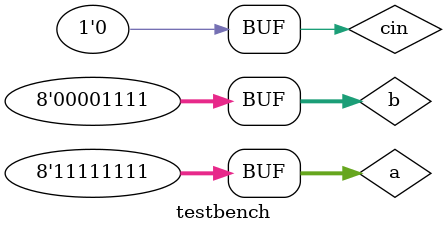
<source format=v>
module ripple_carry_adder (sum,carry,a,b,cin);
output [7:0] sum;
output carry;
input [7:0] a;
input [7:0] b;
input cin;
wire [6:0] c;
// 8 instances of individual full adder blocks
FA FA0 (.s(sum[0]),.co(c[0]),.a(a[0]),.b(b[0]),.ci(cin));
FA FA1 (.s(sum[1]),.co(c[1]),.a(a[1]),.b(b[1]),.ci(c[0]));
FA FA2 (.s(sum[2]),.co(c[2]),.a(a[2]),.b(b[2]),.ci(c[1]));
FA FA3 (.s(sum[3]),.co(c[3]),.a(a[3]),.b(b[3]),.ci(c[2]));
FA FA4 (.s(sum[4]),.co(c[4]),.a(a[4]),.b(b[4]),.ci(c[3]));
FA FA5 (.s(sum[5]),.co(c[5]),.a(a[5]),.b(b[5]),.ci(c[4]));
FA FA6 (.s(sum[6]),.co(c[6]),.a(a[6]),.b(b[6]),.ci(c[5]));
FA FA7 (.s(sum[7]),.co(carry),.a(a[7]),.b(b[7]),.ci(c[6]));
endmodule
// module declaration for FA.
module FA (s,co,a,b,ci);
output s,co;
input a,b,ci;
wire ps,pc0,pc1;
//2 instances of individual half adders
HA HA0 (.ip1(a),.ip2(b),.hs(ps),.hc(pc0));
HA HA1 (.ip1(ps),.ip2(ci),.hs(s),.hc(pc1));
or (co,pc0,pc1);
endmodule
module HA (ip1,ip2,hs,hc);
output hs,hc;
input ip1,ip2;
xor (hs,ip1,ip2);
and (hc,ip1,ip2);
endmodule
// Test bench for Full Adder
module testbench;
wire [7:0] sum;
wire carry;
reg cin;
reg [7:0] a;
reg [7:0] b;
ripple_carry_adder r1 (.sum(sum),.carry(carry),.a(a),.b(b),.cin(cin));
initial begin
$dumpfile("testbench.vcd");
 $dumpvars(0,testbench);
a= 8'b0; b= 8'b0; cin=1'b1;
#5 //Delay of 5 clock cycles.
a= 8'b00001111; b= 8'b00000010; cin=1'b1;
#5
a= 8'b01010101; b= 8'b10101010; cin=1'b0; 
#5
a= 8'b11111111; b= 8'b00001111; cin=1'b0;
end
initial $monitor ($time, " Sum = %d",sum, " Carry = %d",carry);
endmodule

</source>
